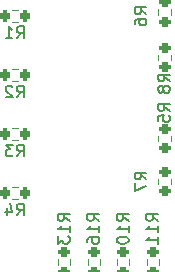
<source format=gbo>
%TF.GenerationSoftware,KiCad,Pcbnew,8.0.1*%
%TF.CreationDate,2024-08-07T00:37:21+09:00*%
%TF.ProjectId,insulation_board,696e7375-6c61-4746-996f-6e5f626f6172,rev?*%
%TF.SameCoordinates,Original*%
%TF.FileFunction,Legend,Bot*%
%TF.FilePolarity,Positive*%
%FSLAX46Y46*%
G04 Gerber Fmt 4.6, Leading zero omitted, Abs format (unit mm)*
G04 Created by KiCad (PCBNEW 8.0.1) date 2024-08-07 00:37:21*
%MOMM*%
%LPD*%
G01*
G04 APERTURE LIST*
G04 Aperture macros list*
%AMRoundRect*
0 Rectangle with rounded corners*
0 $1 Rounding radius*
0 $2 $3 $4 $5 $6 $7 $8 $9 X,Y pos of 4 corners*
0 Add a 4 corners polygon primitive as box body*
4,1,4,$2,$3,$4,$5,$6,$7,$8,$9,$2,$3,0*
0 Add four circle primitives for the rounded corners*
1,1,$1+$1,$2,$3*
1,1,$1+$1,$4,$5*
1,1,$1+$1,$6,$7*
1,1,$1+$1,$8,$9*
0 Add four rect primitives between the rounded corners*
20,1,$1+$1,$2,$3,$4,$5,0*
20,1,$1+$1,$4,$5,$6,$7,0*
20,1,$1+$1,$6,$7,$8,$9,0*
20,1,$1+$1,$8,$9,$2,$3,0*%
G04 Aperture macros list end*
%ADD10C,0.150000*%
%ADD11C,0.120000*%
%ADD12C,4.300000*%
%ADD13RoundRect,0.102000X-0.654000X0.654000X-0.654000X-0.654000X0.654000X-0.654000X0.654000X0.654000X0*%
%ADD14C,1.512000*%
%ADD15RoundRect,0.250000X0.600000X0.725000X-0.600000X0.725000X-0.600000X-0.725000X0.600000X-0.725000X0*%
%ADD16O,1.700000X1.950000*%
%ADD17O,1.700000X1.700000*%
%ADD18R,1.700000X1.700000*%
%ADD19RoundRect,0.200000X-0.275000X0.200000X-0.275000X-0.200000X0.275000X-0.200000X0.275000X0.200000X0*%
%ADD20RoundRect,0.200000X-0.200000X-0.275000X0.200000X-0.275000X0.200000X0.275000X-0.200000X0.275000X0*%
%ADD21RoundRect,0.200000X0.275000X-0.200000X0.275000X0.200000X-0.275000X0.200000X-0.275000X-0.200000X0*%
G04 APERTURE END LIST*
D10*
X177954819Y-67833333D02*
X177478628Y-67500000D01*
X177954819Y-67261905D02*
X176954819Y-67261905D01*
X176954819Y-67261905D02*
X176954819Y-67642857D01*
X176954819Y-67642857D02*
X177002438Y-67738095D01*
X177002438Y-67738095D02*
X177050057Y-67785714D01*
X177050057Y-67785714D02*
X177145295Y-67833333D01*
X177145295Y-67833333D02*
X177288152Y-67833333D01*
X177288152Y-67833333D02*
X177383390Y-67785714D01*
X177383390Y-67785714D02*
X177431009Y-67738095D01*
X177431009Y-67738095D02*
X177478628Y-67642857D01*
X177478628Y-67642857D02*
X177478628Y-67261905D01*
X176954819Y-68166667D02*
X176954819Y-68833333D01*
X176954819Y-68833333D02*
X177954819Y-68404762D01*
X166991666Y-55884819D02*
X167324999Y-55408628D01*
X167563094Y-55884819D02*
X167563094Y-54884819D01*
X167563094Y-54884819D02*
X167182142Y-54884819D01*
X167182142Y-54884819D02*
X167086904Y-54932438D01*
X167086904Y-54932438D02*
X167039285Y-54980057D01*
X167039285Y-54980057D02*
X166991666Y-55075295D01*
X166991666Y-55075295D02*
X166991666Y-55218152D01*
X166991666Y-55218152D02*
X167039285Y-55313390D01*
X167039285Y-55313390D02*
X167086904Y-55361009D01*
X167086904Y-55361009D02*
X167182142Y-55408628D01*
X167182142Y-55408628D02*
X167563094Y-55408628D01*
X166039285Y-55884819D02*
X166610713Y-55884819D01*
X166324999Y-55884819D02*
X166324999Y-54884819D01*
X166324999Y-54884819D02*
X166420237Y-55027676D01*
X166420237Y-55027676D02*
X166515475Y-55122914D01*
X166515475Y-55122914D02*
X166610713Y-55170533D01*
X179954819Y-62023333D02*
X179478628Y-61690000D01*
X179954819Y-61451905D02*
X178954819Y-61451905D01*
X178954819Y-61451905D02*
X178954819Y-61832857D01*
X178954819Y-61832857D02*
X179002438Y-61928095D01*
X179002438Y-61928095D02*
X179050057Y-61975714D01*
X179050057Y-61975714D02*
X179145295Y-62023333D01*
X179145295Y-62023333D02*
X179288152Y-62023333D01*
X179288152Y-62023333D02*
X179383390Y-61975714D01*
X179383390Y-61975714D02*
X179431009Y-61928095D01*
X179431009Y-61928095D02*
X179478628Y-61832857D01*
X179478628Y-61832857D02*
X179478628Y-61451905D01*
X178954819Y-62928095D02*
X178954819Y-62451905D01*
X178954819Y-62451905D02*
X179431009Y-62404286D01*
X179431009Y-62404286D02*
X179383390Y-62451905D01*
X179383390Y-62451905D02*
X179335771Y-62547143D01*
X179335771Y-62547143D02*
X179335771Y-62785238D01*
X179335771Y-62785238D02*
X179383390Y-62880476D01*
X179383390Y-62880476D02*
X179431009Y-62928095D01*
X179431009Y-62928095D02*
X179526247Y-62975714D01*
X179526247Y-62975714D02*
X179764342Y-62975714D01*
X179764342Y-62975714D02*
X179859580Y-62928095D01*
X179859580Y-62928095D02*
X179907200Y-62880476D01*
X179907200Y-62880476D02*
X179954819Y-62785238D01*
X179954819Y-62785238D02*
X179954819Y-62547143D01*
X179954819Y-62547143D02*
X179907200Y-62451905D01*
X179907200Y-62451905D02*
X179859580Y-62404286D01*
X166991666Y-70884819D02*
X167324999Y-70408628D01*
X167563094Y-70884819D02*
X167563094Y-69884819D01*
X167563094Y-69884819D02*
X167182142Y-69884819D01*
X167182142Y-69884819D02*
X167086904Y-69932438D01*
X167086904Y-69932438D02*
X167039285Y-69980057D01*
X167039285Y-69980057D02*
X166991666Y-70075295D01*
X166991666Y-70075295D02*
X166991666Y-70218152D01*
X166991666Y-70218152D02*
X167039285Y-70313390D01*
X167039285Y-70313390D02*
X167086904Y-70361009D01*
X167086904Y-70361009D02*
X167182142Y-70408628D01*
X167182142Y-70408628D02*
X167563094Y-70408628D01*
X166134523Y-70218152D02*
X166134523Y-70884819D01*
X166372618Y-69837200D02*
X166610713Y-70551485D01*
X166610713Y-70551485D02*
X165991666Y-70551485D01*
X176454819Y-71357142D02*
X175978628Y-71023809D01*
X176454819Y-70785714D02*
X175454819Y-70785714D01*
X175454819Y-70785714D02*
X175454819Y-71166666D01*
X175454819Y-71166666D02*
X175502438Y-71261904D01*
X175502438Y-71261904D02*
X175550057Y-71309523D01*
X175550057Y-71309523D02*
X175645295Y-71357142D01*
X175645295Y-71357142D02*
X175788152Y-71357142D01*
X175788152Y-71357142D02*
X175883390Y-71309523D01*
X175883390Y-71309523D02*
X175931009Y-71261904D01*
X175931009Y-71261904D02*
X175978628Y-71166666D01*
X175978628Y-71166666D02*
X175978628Y-70785714D01*
X176454819Y-72309523D02*
X176454819Y-71738095D01*
X176454819Y-72023809D02*
X175454819Y-72023809D01*
X175454819Y-72023809D02*
X175597676Y-71928571D01*
X175597676Y-71928571D02*
X175692914Y-71833333D01*
X175692914Y-71833333D02*
X175740533Y-71738095D01*
X175454819Y-72928571D02*
X175454819Y-73023809D01*
X175454819Y-73023809D02*
X175502438Y-73119047D01*
X175502438Y-73119047D02*
X175550057Y-73166666D01*
X175550057Y-73166666D02*
X175645295Y-73214285D01*
X175645295Y-73214285D02*
X175835771Y-73261904D01*
X175835771Y-73261904D02*
X176073866Y-73261904D01*
X176073866Y-73261904D02*
X176264342Y-73214285D01*
X176264342Y-73214285D02*
X176359580Y-73166666D01*
X176359580Y-73166666D02*
X176407200Y-73119047D01*
X176407200Y-73119047D02*
X176454819Y-73023809D01*
X176454819Y-73023809D02*
X176454819Y-72928571D01*
X176454819Y-72928571D02*
X176407200Y-72833333D01*
X176407200Y-72833333D02*
X176359580Y-72785714D01*
X176359580Y-72785714D02*
X176264342Y-72738095D01*
X176264342Y-72738095D02*
X176073866Y-72690476D01*
X176073866Y-72690476D02*
X175835771Y-72690476D01*
X175835771Y-72690476D02*
X175645295Y-72738095D01*
X175645295Y-72738095D02*
X175550057Y-72785714D01*
X175550057Y-72785714D02*
X175502438Y-72833333D01*
X175502438Y-72833333D02*
X175454819Y-72928571D01*
X166991666Y-60884819D02*
X167324999Y-60408628D01*
X167563094Y-60884819D02*
X167563094Y-59884819D01*
X167563094Y-59884819D02*
X167182142Y-59884819D01*
X167182142Y-59884819D02*
X167086904Y-59932438D01*
X167086904Y-59932438D02*
X167039285Y-59980057D01*
X167039285Y-59980057D02*
X166991666Y-60075295D01*
X166991666Y-60075295D02*
X166991666Y-60218152D01*
X166991666Y-60218152D02*
X167039285Y-60313390D01*
X167039285Y-60313390D02*
X167086904Y-60361009D01*
X167086904Y-60361009D02*
X167182142Y-60408628D01*
X167182142Y-60408628D02*
X167563094Y-60408628D01*
X166610713Y-59980057D02*
X166563094Y-59932438D01*
X166563094Y-59932438D02*
X166467856Y-59884819D01*
X166467856Y-59884819D02*
X166229761Y-59884819D01*
X166229761Y-59884819D02*
X166134523Y-59932438D01*
X166134523Y-59932438D02*
X166086904Y-59980057D01*
X166086904Y-59980057D02*
X166039285Y-60075295D01*
X166039285Y-60075295D02*
X166039285Y-60170533D01*
X166039285Y-60170533D02*
X166086904Y-60313390D01*
X166086904Y-60313390D02*
X166658332Y-60884819D01*
X166658332Y-60884819D02*
X166039285Y-60884819D01*
X179954819Y-59523333D02*
X179478628Y-59190000D01*
X179954819Y-58951905D02*
X178954819Y-58951905D01*
X178954819Y-58951905D02*
X178954819Y-59332857D01*
X178954819Y-59332857D02*
X179002438Y-59428095D01*
X179002438Y-59428095D02*
X179050057Y-59475714D01*
X179050057Y-59475714D02*
X179145295Y-59523333D01*
X179145295Y-59523333D02*
X179288152Y-59523333D01*
X179288152Y-59523333D02*
X179383390Y-59475714D01*
X179383390Y-59475714D02*
X179431009Y-59428095D01*
X179431009Y-59428095D02*
X179478628Y-59332857D01*
X179478628Y-59332857D02*
X179478628Y-58951905D01*
X179383390Y-60094762D02*
X179335771Y-59999524D01*
X179335771Y-59999524D02*
X179288152Y-59951905D01*
X179288152Y-59951905D02*
X179192914Y-59904286D01*
X179192914Y-59904286D02*
X179145295Y-59904286D01*
X179145295Y-59904286D02*
X179050057Y-59951905D01*
X179050057Y-59951905D02*
X179002438Y-59999524D01*
X179002438Y-59999524D02*
X178954819Y-60094762D01*
X178954819Y-60094762D02*
X178954819Y-60285238D01*
X178954819Y-60285238D02*
X179002438Y-60380476D01*
X179002438Y-60380476D02*
X179050057Y-60428095D01*
X179050057Y-60428095D02*
X179145295Y-60475714D01*
X179145295Y-60475714D02*
X179192914Y-60475714D01*
X179192914Y-60475714D02*
X179288152Y-60428095D01*
X179288152Y-60428095D02*
X179335771Y-60380476D01*
X179335771Y-60380476D02*
X179383390Y-60285238D01*
X179383390Y-60285238D02*
X179383390Y-60094762D01*
X179383390Y-60094762D02*
X179431009Y-59999524D01*
X179431009Y-59999524D02*
X179478628Y-59951905D01*
X179478628Y-59951905D02*
X179573866Y-59904286D01*
X179573866Y-59904286D02*
X179764342Y-59904286D01*
X179764342Y-59904286D02*
X179859580Y-59951905D01*
X179859580Y-59951905D02*
X179907200Y-59999524D01*
X179907200Y-59999524D02*
X179954819Y-60094762D01*
X179954819Y-60094762D02*
X179954819Y-60285238D01*
X179954819Y-60285238D02*
X179907200Y-60380476D01*
X179907200Y-60380476D02*
X179859580Y-60428095D01*
X179859580Y-60428095D02*
X179764342Y-60475714D01*
X179764342Y-60475714D02*
X179573866Y-60475714D01*
X179573866Y-60475714D02*
X179478628Y-60428095D01*
X179478628Y-60428095D02*
X179431009Y-60380476D01*
X179431009Y-60380476D02*
X179383390Y-60285238D01*
X177954819Y-53833333D02*
X177478628Y-53500000D01*
X177954819Y-53261905D02*
X176954819Y-53261905D01*
X176954819Y-53261905D02*
X176954819Y-53642857D01*
X176954819Y-53642857D02*
X177002438Y-53738095D01*
X177002438Y-53738095D02*
X177050057Y-53785714D01*
X177050057Y-53785714D02*
X177145295Y-53833333D01*
X177145295Y-53833333D02*
X177288152Y-53833333D01*
X177288152Y-53833333D02*
X177383390Y-53785714D01*
X177383390Y-53785714D02*
X177431009Y-53738095D01*
X177431009Y-53738095D02*
X177478628Y-53642857D01*
X177478628Y-53642857D02*
X177478628Y-53261905D01*
X176954819Y-54690476D02*
X176954819Y-54500000D01*
X176954819Y-54500000D02*
X177002438Y-54404762D01*
X177002438Y-54404762D02*
X177050057Y-54357143D01*
X177050057Y-54357143D02*
X177192914Y-54261905D01*
X177192914Y-54261905D02*
X177383390Y-54214286D01*
X177383390Y-54214286D02*
X177764342Y-54214286D01*
X177764342Y-54214286D02*
X177859580Y-54261905D01*
X177859580Y-54261905D02*
X177907200Y-54309524D01*
X177907200Y-54309524D02*
X177954819Y-54404762D01*
X177954819Y-54404762D02*
X177954819Y-54595238D01*
X177954819Y-54595238D02*
X177907200Y-54690476D01*
X177907200Y-54690476D02*
X177859580Y-54738095D01*
X177859580Y-54738095D02*
X177764342Y-54785714D01*
X177764342Y-54785714D02*
X177526247Y-54785714D01*
X177526247Y-54785714D02*
X177431009Y-54738095D01*
X177431009Y-54738095D02*
X177383390Y-54690476D01*
X177383390Y-54690476D02*
X177335771Y-54595238D01*
X177335771Y-54595238D02*
X177335771Y-54404762D01*
X177335771Y-54404762D02*
X177383390Y-54309524D01*
X177383390Y-54309524D02*
X177431009Y-54261905D01*
X177431009Y-54261905D02*
X177526247Y-54214286D01*
X173954819Y-71357142D02*
X173478628Y-71023809D01*
X173954819Y-70785714D02*
X172954819Y-70785714D01*
X172954819Y-70785714D02*
X172954819Y-71166666D01*
X172954819Y-71166666D02*
X173002438Y-71261904D01*
X173002438Y-71261904D02*
X173050057Y-71309523D01*
X173050057Y-71309523D02*
X173145295Y-71357142D01*
X173145295Y-71357142D02*
X173288152Y-71357142D01*
X173288152Y-71357142D02*
X173383390Y-71309523D01*
X173383390Y-71309523D02*
X173431009Y-71261904D01*
X173431009Y-71261904D02*
X173478628Y-71166666D01*
X173478628Y-71166666D02*
X173478628Y-70785714D01*
X173954819Y-72309523D02*
X173954819Y-71738095D01*
X173954819Y-72023809D02*
X172954819Y-72023809D01*
X172954819Y-72023809D02*
X173097676Y-71928571D01*
X173097676Y-71928571D02*
X173192914Y-71833333D01*
X173192914Y-71833333D02*
X173240533Y-71738095D01*
X172954819Y-73166666D02*
X172954819Y-72976190D01*
X172954819Y-72976190D02*
X173002438Y-72880952D01*
X173002438Y-72880952D02*
X173050057Y-72833333D01*
X173050057Y-72833333D02*
X173192914Y-72738095D01*
X173192914Y-72738095D02*
X173383390Y-72690476D01*
X173383390Y-72690476D02*
X173764342Y-72690476D01*
X173764342Y-72690476D02*
X173859580Y-72738095D01*
X173859580Y-72738095D02*
X173907200Y-72785714D01*
X173907200Y-72785714D02*
X173954819Y-72880952D01*
X173954819Y-72880952D02*
X173954819Y-73071428D01*
X173954819Y-73071428D02*
X173907200Y-73166666D01*
X173907200Y-73166666D02*
X173859580Y-73214285D01*
X173859580Y-73214285D02*
X173764342Y-73261904D01*
X173764342Y-73261904D02*
X173526247Y-73261904D01*
X173526247Y-73261904D02*
X173431009Y-73214285D01*
X173431009Y-73214285D02*
X173383390Y-73166666D01*
X173383390Y-73166666D02*
X173335771Y-73071428D01*
X173335771Y-73071428D02*
X173335771Y-72880952D01*
X173335771Y-72880952D02*
X173383390Y-72785714D01*
X173383390Y-72785714D02*
X173431009Y-72738095D01*
X173431009Y-72738095D02*
X173526247Y-72690476D01*
X178954819Y-71357142D02*
X178478628Y-71023809D01*
X178954819Y-70785714D02*
X177954819Y-70785714D01*
X177954819Y-70785714D02*
X177954819Y-71166666D01*
X177954819Y-71166666D02*
X178002438Y-71261904D01*
X178002438Y-71261904D02*
X178050057Y-71309523D01*
X178050057Y-71309523D02*
X178145295Y-71357142D01*
X178145295Y-71357142D02*
X178288152Y-71357142D01*
X178288152Y-71357142D02*
X178383390Y-71309523D01*
X178383390Y-71309523D02*
X178431009Y-71261904D01*
X178431009Y-71261904D02*
X178478628Y-71166666D01*
X178478628Y-71166666D02*
X178478628Y-70785714D01*
X178954819Y-72309523D02*
X178954819Y-71738095D01*
X178954819Y-72023809D02*
X177954819Y-72023809D01*
X177954819Y-72023809D02*
X178097676Y-71928571D01*
X178097676Y-71928571D02*
X178192914Y-71833333D01*
X178192914Y-71833333D02*
X178240533Y-71738095D01*
X178954819Y-73261904D02*
X178954819Y-72690476D01*
X178954819Y-72976190D02*
X177954819Y-72976190D01*
X177954819Y-72976190D02*
X178097676Y-72880952D01*
X178097676Y-72880952D02*
X178192914Y-72785714D01*
X178192914Y-72785714D02*
X178240533Y-72690476D01*
X171454819Y-71357142D02*
X170978628Y-71023809D01*
X171454819Y-70785714D02*
X170454819Y-70785714D01*
X170454819Y-70785714D02*
X170454819Y-71166666D01*
X170454819Y-71166666D02*
X170502438Y-71261904D01*
X170502438Y-71261904D02*
X170550057Y-71309523D01*
X170550057Y-71309523D02*
X170645295Y-71357142D01*
X170645295Y-71357142D02*
X170788152Y-71357142D01*
X170788152Y-71357142D02*
X170883390Y-71309523D01*
X170883390Y-71309523D02*
X170931009Y-71261904D01*
X170931009Y-71261904D02*
X170978628Y-71166666D01*
X170978628Y-71166666D02*
X170978628Y-70785714D01*
X171454819Y-72309523D02*
X171454819Y-71738095D01*
X171454819Y-72023809D02*
X170454819Y-72023809D01*
X170454819Y-72023809D02*
X170597676Y-71928571D01*
X170597676Y-71928571D02*
X170692914Y-71833333D01*
X170692914Y-71833333D02*
X170740533Y-71738095D01*
X170454819Y-72642857D02*
X170454819Y-73261904D01*
X170454819Y-73261904D02*
X170835771Y-72928571D01*
X170835771Y-72928571D02*
X170835771Y-73071428D01*
X170835771Y-73071428D02*
X170883390Y-73166666D01*
X170883390Y-73166666D02*
X170931009Y-73214285D01*
X170931009Y-73214285D02*
X171026247Y-73261904D01*
X171026247Y-73261904D02*
X171264342Y-73261904D01*
X171264342Y-73261904D02*
X171359580Y-73214285D01*
X171359580Y-73214285D02*
X171407200Y-73166666D01*
X171407200Y-73166666D02*
X171454819Y-73071428D01*
X171454819Y-73071428D02*
X171454819Y-72785714D01*
X171454819Y-72785714D02*
X171407200Y-72690476D01*
X171407200Y-72690476D02*
X171359580Y-72642857D01*
X166991666Y-65884819D02*
X167324999Y-65408628D01*
X167563094Y-65884819D02*
X167563094Y-64884819D01*
X167563094Y-64884819D02*
X167182142Y-64884819D01*
X167182142Y-64884819D02*
X167086904Y-64932438D01*
X167086904Y-64932438D02*
X167039285Y-64980057D01*
X167039285Y-64980057D02*
X166991666Y-65075295D01*
X166991666Y-65075295D02*
X166991666Y-65218152D01*
X166991666Y-65218152D02*
X167039285Y-65313390D01*
X167039285Y-65313390D02*
X167086904Y-65361009D01*
X167086904Y-65361009D02*
X167182142Y-65408628D01*
X167182142Y-65408628D02*
X167563094Y-65408628D01*
X166658332Y-64884819D02*
X166039285Y-64884819D01*
X166039285Y-64884819D02*
X166372618Y-65265771D01*
X166372618Y-65265771D02*
X166229761Y-65265771D01*
X166229761Y-65265771D02*
X166134523Y-65313390D01*
X166134523Y-65313390D02*
X166086904Y-65361009D01*
X166086904Y-65361009D02*
X166039285Y-65456247D01*
X166039285Y-65456247D02*
X166039285Y-65694342D01*
X166039285Y-65694342D02*
X166086904Y-65789580D01*
X166086904Y-65789580D02*
X166134523Y-65837200D01*
X166134523Y-65837200D02*
X166229761Y-65884819D01*
X166229761Y-65884819D02*
X166515475Y-65884819D01*
X166515475Y-65884819D02*
X166610713Y-65837200D01*
X166610713Y-65837200D02*
X166658332Y-65789580D01*
D11*
%TO.C,R7*%
X178977500Y-68252258D02*
X178977500Y-67777742D01*
X180022500Y-68252258D02*
X180022500Y-67777742D01*
%TO.C,R1*%
X167062258Y-53477500D02*
X166587742Y-53477500D01*
X167062258Y-54522500D02*
X166587742Y-54522500D01*
%TO.C,R5*%
X178977500Y-64127742D02*
X178977500Y-64602258D01*
X180022500Y-64127742D02*
X180022500Y-64602258D01*
%TO.C,R4*%
X167062258Y-68477500D02*
X166587742Y-68477500D01*
X167062258Y-69522500D02*
X166587742Y-69522500D01*
%TO.C,R10*%
X175477500Y-75062258D02*
X175477500Y-74587742D01*
X176522500Y-75062258D02*
X176522500Y-74587742D01*
%TO.C,R2*%
X167062258Y-58477500D02*
X166587742Y-58477500D01*
X167062258Y-59522500D02*
X166587742Y-59522500D01*
%TO.C,R8*%
X178977500Y-57752258D02*
X178977500Y-57277742D01*
X180022500Y-57752258D02*
X180022500Y-57277742D01*
%TO.C,R6*%
X178977500Y-53437742D02*
X178977500Y-53912258D01*
X180022500Y-53437742D02*
X180022500Y-53912258D01*
%TO.C,R16*%
X172977500Y-75062258D02*
X172977500Y-74587742D01*
X174022500Y-75062258D02*
X174022500Y-74587742D01*
%TO.C,R11*%
X177977500Y-75062258D02*
X177977500Y-74587742D01*
X179022500Y-75062258D02*
X179022500Y-74587742D01*
%TO.C,R13*%
X170477500Y-75062258D02*
X170477500Y-74587742D01*
X171522500Y-75062258D02*
X171522500Y-74587742D01*
%TO.C,R3*%
X167062258Y-63477500D02*
X166587742Y-63477500D01*
X167062258Y-64522500D02*
X166587742Y-64522500D01*
%TD*%
%LPC*%
D12*
%TO.C,H1*%
X178250000Y-36000000D03*
%TD*%
D13*
%TO.C,J4*%
X181650000Y-54650000D03*
D14*
X181650000Y-56650000D03*
X181650000Y-58650000D03*
X181650000Y-60650000D03*
%TD*%
D15*
%TO.C,J1*%
X181000000Y-77500000D03*
D16*
X178500000Y-77500000D03*
X176000000Y-77500000D03*
X173500000Y-77500000D03*
X171000000Y-77500000D03*
X168500000Y-77500000D03*
%TD*%
D13*
%TO.C,J2*%
X181650000Y-65150000D03*
D14*
X181650000Y-67150000D03*
X181650000Y-69150000D03*
X181650000Y-71150000D03*
%TD*%
D17*
%TO.C,J3*%
X164960000Y-50580000D03*
X167500000Y-50580000D03*
X164960000Y-48040000D03*
X167500000Y-48040000D03*
X164960000Y-45500000D03*
D18*
X167500000Y-45500000D03*
%TD*%
D19*
%TO.C,R7*%
X179500000Y-67190000D03*
X179500000Y-68840000D03*
%TD*%
D20*
%TO.C,R1*%
X166000000Y-54000000D03*
X167650000Y-54000000D03*
%TD*%
D21*
%TO.C,R5*%
X179500000Y-65190000D03*
X179500000Y-63540000D03*
%TD*%
D20*
%TO.C,R4*%
X166000000Y-69000000D03*
X167650000Y-69000000D03*
%TD*%
D19*
%TO.C,R10*%
X176000000Y-74000000D03*
X176000000Y-75650000D03*
%TD*%
D20*
%TO.C,R2*%
X166000000Y-59000000D03*
X167650000Y-59000000D03*
%TD*%
D19*
%TO.C,R8*%
X179500000Y-56690000D03*
X179500000Y-58340000D03*
%TD*%
D21*
%TO.C,R6*%
X179500000Y-54500000D03*
X179500000Y-52850000D03*
%TD*%
D19*
%TO.C,R16*%
X173500000Y-74000000D03*
X173500000Y-75650000D03*
%TD*%
%TO.C,R11*%
X178500000Y-74000000D03*
X178500000Y-75650000D03*
%TD*%
%TO.C,R13*%
X171000000Y-74000000D03*
X171000000Y-75650000D03*
%TD*%
D20*
%TO.C,R3*%
X166000000Y-64000000D03*
X167650000Y-64000000D03*
%TD*%
%LPD*%
M02*

</source>
